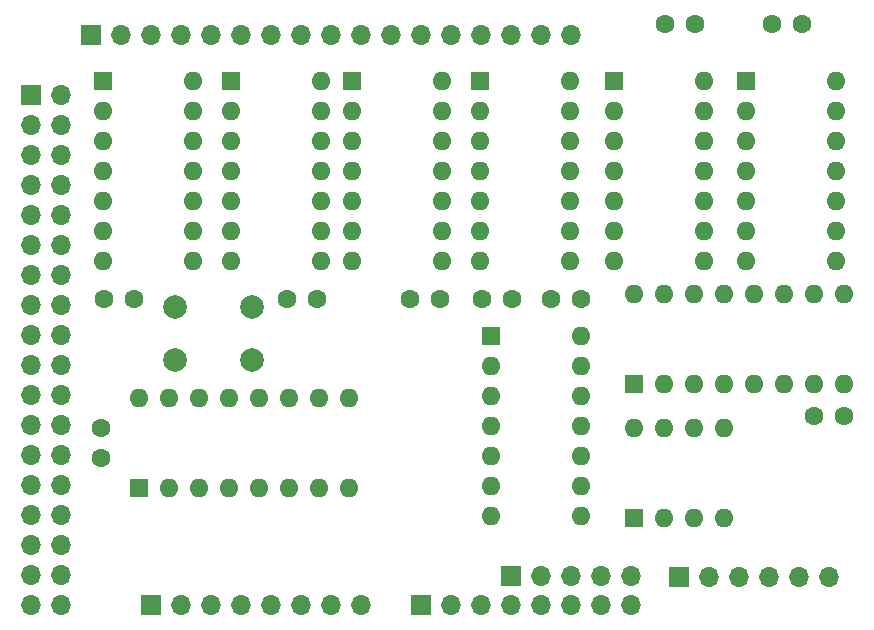
<source format=gbr>
%TF.GenerationSoftware,KiCad,Pcbnew,7.0.9*%
%TF.CreationDate,2025-02-11T06:25:59-06:00*%
%TF.ProjectId,Piggyback MEM0-7 + Addr,50696767-7962-4616-936b-204d454d302d,rev?*%
%TF.SameCoordinates,Original*%
%TF.FileFunction,Soldermask,Bot*%
%TF.FilePolarity,Negative*%
%FSLAX46Y46*%
G04 Gerber Fmt 4.6, Leading zero omitted, Abs format (unit mm)*
G04 Created by KiCad (PCBNEW 7.0.9) date 2025-02-11 06:25:59*
%MOMM*%
%LPD*%
G01*
G04 APERTURE LIST*
%ADD10C,1.600000*%
%ADD11R,1.700000X1.700000*%
%ADD12O,1.700000X1.700000*%
%ADD13R,1.600000X1.600000*%
%ADD14O,1.600000X1.600000*%
%ADD15C,2.000000*%
G04 APERTURE END LIST*
D10*
%TO.C,C1*%
X75692000Y-90043000D03*
X78232000Y-90043000D03*
%TD*%
D11*
%TO.C,J1*%
X69469000Y-72771000D03*
D12*
X72009000Y-72771000D03*
X69469000Y-75311000D03*
X72009000Y-75311000D03*
X69469000Y-77851000D03*
X72009000Y-77851000D03*
X69469000Y-80391000D03*
X72009000Y-80391000D03*
X69469000Y-82931000D03*
X72009000Y-82931000D03*
X69469000Y-85471000D03*
X72009000Y-85471000D03*
X69469000Y-88011000D03*
X72009000Y-88011000D03*
X69469000Y-90551000D03*
X72009000Y-90551000D03*
X69469000Y-93091000D03*
X72009000Y-93091000D03*
X69469000Y-95631000D03*
X72009000Y-95631000D03*
X69469000Y-98171000D03*
X72009000Y-98171000D03*
X69469000Y-100711000D03*
X72009000Y-100711000D03*
X69469000Y-103251000D03*
X72009000Y-103251000D03*
X69469000Y-105791000D03*
X72009000Y-105791000D03*
X69469000Y-108331000D03*
X72009000Y-108331000D03*
X69469000Y-110871000D03*
X72009000Y-110871000D03*
X69469000Y-113411000D03*
X72009000Y-113411000D03*
X69469000Y-115951000D03*
X72009000Y-115951000D03*
%TD*%
D10*
%TO.C,C7*%
X75438000Y-100965000D03*
X75438000Y-103505000D03*
%TD*%
D13*
%TO.C,U1*%
X75565000Y-71628000D03*
D14*
X75565000Y-74168000D03*
X75565000Y-76708000D03*
X75565000Y-79248000D03*
X75565000Y-81788000D03*
X75565000Y-84328000D03*
X75565000Y-86868000D03*
X83185000Y-86868000D03*
X83185000Y-84328000D03*
X83185000Y-81788000D03*
X83185000Y-79248000D03*
X83185000Y-76708000D03*
X83185000Y-74168000D03*
X83185000Y-71628000D03*
%TD*%
D13*
%TO.C,U8*%
X118872000Y-71628000D03*
D14*
X118872000Y-74168000D03*
X118872000Y-76708000D03*
X118872000Y-79248000D03*
X118872000Y-81788000D03*
X118872000Y-84328000D03*
X118872000Y-86868000D03*
X126492000Y-86868000D03*
X126492000Y-84328000D03*
X126492000Y-81788000D03*
X126492000Y-79248000D03*
X126492000Y-76708000D03*
X126492000Y-74168000D03*
X126492000Y-71628000D03*
%TD*%
D11*
%TO.C,J3*%
X74549000Y-67691000D03*
D12*
X77089000Y-67691000D03*
X79629000Y-67691000D03*
X82169000Y-67691000D03*
X84709000Y-67691000D03*
X87249000Y-67691000D03*
X89789000Y-67691000D03*
X92329000Y-67691000D03*
X94869000Y-67691000D03*
X97409000Y-67691000D03*
X99949000Y-67691000D03*
X102489000Y-67691000D03*
X105029000Y-67691000D03*
X107569000Y-67691000D03*
X110109000Y-67691000D03*
X112649000Y-67691000D03*
X115189000Y-67691000D03*
%TD*%
D10*
%TO.C,C6*%
X135763000Y-99949000D03*
X138303000Y-99949000D03*
%TD*%
D13*
%TO.C,U5*%
X96647000Y-71628000D03*
D14*
X96647000Y-74168000D03*
X96647000Y-76708000D03*
X96647000Y-79248000D03*
X96647000Y-81788000D03*
X96647000Y-84328000D03*
X96647000Y-86868000D03*
X104267000Y-86868000D03*
X104267000Y-84328000D03*
X104267000Y-81788000D03*
X104267000Y-79248000D03*
X104267000Y-76708000D03*
X104267000Y-74168000D03*
X104267000Y-71628000D03*
%TD*%
D13*
%TO.C,U3*%
X108458000Y-93218000D03*
D14*
X108458000Y-95758000D03*
X108458000Y-98298000D03*
X108458000Y-100838000D03*
X108458000Y-103378000D03*
X108458000Y-105918000D03*
X108458000Y-108458000D03*
X116078000Y-108458000D03*
X116078000Y-105918000D03*
X116078000Y-103378000D03*
X116078000Y-100838000D03*
X116078000Y-98298000D03*
X116078000Y-95758000D03*
X116078000Y-93218000D03*
%TD*%
D13*
%TO.C,U6*%
X107497000Y-71628000D03*
D14*
X107497000Y-74168000D03*
X107497000Y-76708000D03*
X107497000Y-79248000D03*
X107497000Y-81788000D03*
X107497000Y-84328000D03*
X107497000Y-86868000D03*
X115117000Y-86868000D03*
X115117000Y-84328000D03*
X115117000Y-81788000D03*
X115117000Y-79248000D03*
X115117000Y-76708000D03*
X115117000Y-74168000D03*
X115117000Y-71628000D03*
%TD*%
D10*
%TO.C,C9*%
X91186000Y-90043000D03*
X93726000Y-90043000D03*
%TD*%
D11*
%TO.C,J6*%
X102489000Y-115951000D03*
D12*
X105029000Y-115951000D03*
X107569000Y-115951000D03*
X110109000Y-115951000D03*
X112649000Y-115951000D03*
X115189000Y-115951000D03*
X117729000Y-115951000D03*
X120269000Y-115951000D03*
%TD*%
D13*
%TO.C,U7*%
X130048000Y-71628000D03*
D14*
X130048000Y-74168000D03*
X130048000Y-76708000D03*
X130048000Y-79248000D03*
X130048000Y-81788000D03*
X130048000Y-84328000D03*
X130048000Y-86868000D03*
X137668000Y-86868000D03*
X137668000Y-84328000D03*
X137668000Y-81788000D03*
X137668000Y-79248000D03*
X137668000Y-76708000D03*
X137668000Y-74168000D03*
X137668000Y-71628000D03*
%TD*%
D10*
%TO.C,C4*%
X116078000Y-90043000D03*
X113538000Y-90043000D03*
%TD*%
D13*
%TO.C,U4*%
X78613000Y-106045000D03*
D14*
X81153000Y-106045000D03*
X83693000Y-106045000D03*
X86233000Y-106045000D03*
X88773000Y-106045000D03*
X91313000Y-106045000D03*
X93853000Y-106045000D03*
X96393000Y-106045000D03*
X96393000Y-98425000D03*
X93853000Y-98425000D03*
X91313000Y-98425000D03*
X88773000Y-98425000D03*
X86233000Y-98425000D03*
X83693000Y-98425000D03*
X81153000Y-98425000D03*
X78613000Y-98425000D03*
%TD*%
D10*
%TO.C,C5*%
X132207000Y-66802000D03*
X134747000Y-66802000D03*
%TD*%
%TO.C,C3*%
X110236000Y-90043000D03*
X107696000Y-90043000D03*
%TD*%
%TO.C,C8*%
X101600000Y-90043000D03*
X104140000Y-90043000D03*
%TD*%
D15*
%TO.C,Button*%
X81661000Y-90744000D03*
X88161000Y-90744000D03*
X81661000Y-95244000D03*
X88161000Y-95244000D03*
%TD*%
D13*
%TO.C,U9*%
X120523000Y-97282000D03*
D14*
X123063000Y-97282000D03*
X125603000Y-97282000D03*
X128143000Y-97282000D03*
X130683000Y-97282000D03*
X133223000Y-97282000D03*
X135763000Y-97282000D03*
X138303000Y-97282000D03*
X138303000Y-89662000D03*
X135763000Y-89662000D03*
X133223000Y-89662000D03*
X130683000Y-89662000D03*
X128143000Y-89662000D03*
X125603000Y-89662000D03*
X123063000Y-89662000D03*
X120523000Y-89662000D03*
%TD*%
D11*
%TO.C,J2*%
X110109000Y-113538000D03*
D12*
X112649000Y-113538000D03*
X115189000Y-113538000D03*
X117729000Y-113538000D03*
X120269000Y-113538000D03*
%TD*%
D11*
%TO.C,J4*%
X124307600Y-113563400D03*
D12*
X126847600Y-113563400D03*
X129387600Y-113563400D03*
X131927600Y-113563400D03*
X134467600Y-113563400D03*
X137007600Y-113563400D03*
%TD*%
D13*
%TO.C,U2*%
X86415000Y-71628000D03*
D14*
X86415000Y-74168000D03*
X86415000Y-76708000D03*
X86415000Y-79248000D03*
X86415000Y-81788000D03*
X86415000Y-84328000D03*
X86415000Y-86868000D03*
X94035000Y-86868000D03*
X94035000Y-84328000D03*
X94035000Y-81788000D03*
X94035000Y-79248000D03*
X94035000Y-76708000D03*
X94035000Y-74168000D03*
X94035000Y-71628000D03*
%TD*%
D10*
%TO.C,C2*%
X123190000Y-66802000D03*
X125730000Y-66802000D03*
%TD*%
D13*
%TO.C,SW2*%
X120523000Y-108585000D03*
D14*
X123063000Y-108585000D03*
X125603000Y-108585000D03*
X128143000Y-108585000D03*
X128143000Y-100965000D03*
X125603000Y-100965000D03*
X123063000Y-100965000D03*
X120523000Y-100965000D03*
%TD*%
D11*
%TO.C,J5*%
X79629000Y-115951000D03*
D12*
X82169000Y-115951000D03*
X84709000Y-115951000D03*
X87249000Y-115951000D03*
X89789000Y-115951000D03*
X92329000Y-115951000D03*
X94869000Y-115951000D03*
X97409000Y-115951000D03*
%TD*%
M02*

</source>
